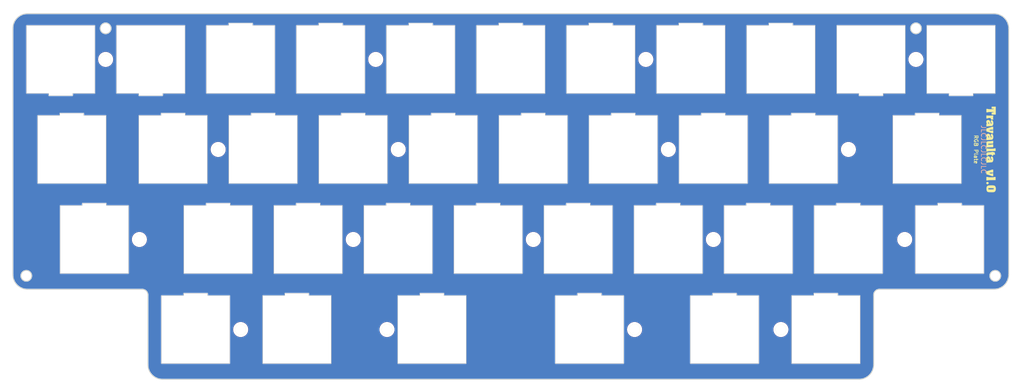
<source format=kicad_pcb>
(kicad_pcb (version 20221018) (generator pcbnew)
  (layers (0 "F.Cu" signal) (31 "B.Cu" signal) (34 "B.Paste" user) (35 "F.Paste" user) (36 "B.SilkS" user "B.Silkscreen") (37 "F.SilkS" user "F.Silkscreen") (38 "B.Mask" user) (39 "F.Mask" user) (44 "Edge.Cuts" user))
  (net 0 "")
  (footprint "cipulot_parts:HOLE_M2" (layer "F.Cu") (at 120.65 57.15)
    (fp_text reference "H2" hide)
    (fp_text value "MountingHole" hide)
    (pad "" np_thru_hole circle (at 0 0) (size 2.2 2.2) (drill 2.2) (layers "*.Cu" "*.Mask" "F.SilkS") (clearance 0.5))
  )
  (footprint "cipulot_parts:HOLE_M2" (layer "F.Cu") (at 153.9875 95.25)
    (fp_text reference "H11" hide)
    (fp_text value "MountingHole" hide)
    (pad "" np_thru_hole circle (at 0 0) (size 2.2 2.2) (drill 2.2) (layers "*.Cu" "*.Mask" "F.SilkS") (clearance 0.5))
  )
  (footprint "lib:RGB realforce R2" (layer "F.Cu") (at 61.12 95.25)
    (fp_text reference "RGB topre")
    (fp_text value "RGB realforce R2")
    (fp_line (start -7.2644 -7.2) (end -7.2644 7.2) (stroke (width 0.1)) (layer "Edge.Cuts"))
    (fp_line (start -7.2644 -7.2) (end -2.5644 -7.2) (stroke (width 0.1)) (layer "Edge.Cuts"))
    (fp_line (start -7.2644 7.2) (end 7.2356 7.2) (stroke (width 0.1)) (layer "Edge.Cuts"))
    (fp_line (start -2.5644 -7.7) (end 2.5356 -7.7) (stroke (width 0.1)) (layer "Edge.Cuts"))
    (fp_line (start -2.5644 -7.2) (end -2.5644 -7.7) (stroke (width 0.1)) (layer "Edge.Cuts"))
    (fp_line (start 2.5356 -7.2) (end 2.5356 -7.7) (stroke (width 0.1)) (layer "Edge.Cuts"))
    (fp_line (start 7.2356 -7.2) (end 2.5356 -7.2) (stroke (width 0.1)) (layer "Edge.Cuts"))
    (fp_line (start 7.2356 -7.2) (end 7.2356 7.2) (stroke (width 0.1)) (layer "Edge.Cuts"))
  )
  (footprint "lib:RGB realforce R2" (layer "F.Cu") (at 187.325 57.15)
    (fp_text reference "RGB topre")
    (fp_text value "RGB realforce R2")
    (fp_line (start -7.2644 -7.2) (end -7.2644 7.2) (stroke (width 0.1)) (layer "Edge.Cuts"))
    (fp_line (start -7.2644 -7.2) (end -2.5644 -7.2) (stroke (width 0.1)) (layer "Edge.Cuts"))
    (fp_line (start -7.2644 7.2) (end 7.2356 7.2) (stroke (width 0.1)) (layer "Edge.Cuts"))
    (fp_line (start -2.5644 -7.7) (end 2.5356 -7.7) (stroke (width 0.1)) (layer "Edge.Cuts"))
    (fp_line (start -2.5644 -7.2) (end -2.5644 -7.7) (stroke (width 0.1)) (layer "Edge.Cuts"))
    (fp_line (start 2.5356 -7.2) (end 2.5356 -7.7) (stroke (width 0.1)) (layer "Edge.Cuts"))
    (fp_line (start 7.2356 -7.2) (end 2.5356 -7.2) (stroke (width 0.1)) (layer "Edge.Cuts"))
    (fp_line (start 7.2356 -7.2) (end 7.2356 7.2) (stroke (width 0.1)) (layer "Edge.Cuts"))
  )
  (footprint "lib:RGB realforce R2" (layer "F.Cu") (at 194.47 114.3)
    (fp_text reference "RGB topre")
    (fp_text value "RGB realforce R2")
    (fp_line (start -7.2644 -7.2) (end -7.2644 7.2) (stroke (width 0.1)) (layer "Edge.Cuts"))
    (fp_line (start -7.2644 -7.2) (end -2.5644 -7.2) (stroke (width 0.1)) (layer "Edge.Cuts"))
    (fp_line (start -7.2644 7.2) (end 7.2356 7.2) (stroke (width 0.1)) (layer "Edge.Cuts"))
    (fp_line (start -2.5644 -7.7) (end 2.5356 -7.7) (stroke (width 0.1)) (layer "Edge.Cuts"))
    (fp_line (start -2.5644 -7.2) (end -2.5644 -7.7) (stroke (width 0.1)) (layer "Edge.Cuts"))
    (fp_line (start 2.5356 -7.2) (end 2.5356 -7.7) (stroke (width 0.1)) (layer "Edge.Cuts"))
    (fp_line (start 7.2356 -7.2) (end 2.5356 -7.2) (stroke (width 0.1)) (layer "Edge.Cuts"))
    (fp_line (start 7.2356 -7.2) (end 7.2356 7.2) (stroke (width 0.1)) (layer "Edge.Cuts"))
  )
  (footprint "lib:RGB realforce R2" (layer "F.Cu") (at 96.8375 76.2)
    (fp_text reference "RGB topre")
    (fp_text value "RGB realforce R2")
    (fp_line (start -7.2644 -7.2) (end -7.2644 7.2) (stroke (width 0.1)) (layer "Edge.Cuts"))
    (fp_line (start -7.2644 -7.2) (end -2.5644 -7.2) (stroke (width 0.1)) (layer "Edge.Cuts"))
    (fp_line (start -7.2644 7.2) (end 7.2356 7.2) (stroke (width 0.1)) (layer "Edge.Cuts"))
    (fp_line (start -2.5644 -7.7) (end 2.5356 -7.7) (stroke (width 0.1)) (layer "Edge.Cuts"))
    (fp_line (start -2.5644 -7.2) (end -2.5644 -7.7) (stroke (width 0.1)) (layer "Edge.Cuts"))
    (fp_line (start 2.5356 -7.2) (end 2.5356 -7.7) (stroke (width 0.1)) (layer "Edge.Cuts"))
    (fp_line (start 7.2356 -7.2) (end 2.5356 -7.2) (stroke (width 0.1)) (layer "Edge.Cuts"))
    (fp_line (start 7.2356 -7.2) (end 7.2356 7.2) (stroke (width 0.1)) (layer "Edge.Cuts"))
  )
  (footprint "lib:RGB realforce R2" (layer "F.Cu") (at 192.0875 76.2)
    (fp_text reference "RGB topre")
    (fp_text value "RGB realforce R2")
    (fp_line (start -7.2644 -7.2) (end -7.2644 7.2) (stroke (width 0.1)) (layer "Edge.Cuts"))
    (fp_line (start -7.2644 -7.2) (end -2.5644 -7.2) (stroke (width 0.1)) (layer "Edge.Cuts"))
    (fp_line (start -7.2644 7.2) (end 7.2356 7.2) (stroke (width 0.1)) (layer "Edge.Cuts"))
    (fp_line (start -2.5644 -7.7) (end 2.5356 -7.7) (stroke (width 0.1)) (layer "Edge.Cuts"))
    (fp_line (start -2.5644 -7.2) (end -2.5644 -7.7) (stroke (width 0.1)) (layer "Edge.Cuts"))
    (fp_line (start 2.5356 -7.2) (end 2.5356 -7.7) (stroke (width 0.1)) (layer "Edge.Cuts"))
    (fp_line (start 7.2356 -7.2) (end 2.5356 -7.2) (stroke (width 0.1)) (layer "Edge.Cuts"))
    (fp_line (start 7.2356 -7.2) (end 7.2356 7.2) (stroke (width 0.1)) (layer "Edge.Cuts"))
  )
  (footprint "cipulot_parts:HOLE_M2" (layer "F.Cu") (at 63.5 57.15)
    (fp_text reference "H1" hide)
    (fp_text value "MountingHole" hide)
    (pad "" np_thru_hole circle (at 0 0) (size 2.2 2.2) (drill 2.2) (layers "F&B.Cu" "*.Mask" "F.SilkS") (clearance 0.5))
  )
  (footprint "lib:RGB realforce R2" (layer "F.Cu") (at 168.275 57.15)
    (fp_text reference "RGB topre")
    (fp_text value "RGB realforce R2")
    (fp_line (start -7.2644 -7.2) (end -7.2644 7.2) (stroke (width 0.1)) (layer "Edge.Cuts"))
    (fp_line (start -7.2644 -7.2) (end -2.5644 -7.2) (stroke (width 0.1)) (layer "Edge.Cuts"))
    (fp_line (start -7.2644 7.2) (end 7.2356 7.2) (stroke (width 0.1)) (layer "Edge.Cuts"))
    (fp_line (start -2.5644 -7.7) (end 2.5356 -7.7) (stroke (width 0.1)) (layer "Edge.Cuts"))
    (fp_line (start -2.5644 -7.2) (end -2.5644 -7.7) (stroke (width 0.1)) (layer "Edge.Cuts"))
    (fp_line (start 2.5356 -7.2) (end 2.5356 -7.7) (stroke (width 0.1)) (layer "Edge.Cuts"))
    (fp_line (start 7.2356 -7.2) (end 2.5356 -7.2) (stroke (width 0.1)) (layer "Edge.Cuts"))
    (fp_line (start 7.2356 -7.2) (end 7.2356 7.2) (stroke (width 0.1)) (layer "Edge.Cuts"))
  )
  (footprint "lib:RGB realforce R2" (layer "F.Cu") (at 211.1375 76.2)
    (fp_text reference "RGB topre")
    (fp_text value "RGB realforce R2")
    (fp_line (start -7.2644 -7.2) (end -7.2644 7.2) (stroke (width 0.1)) (layer "Edge.Cuts"))
    (fp_line (start -7.2644 -7.2) (end -2.5644 -7.2) (stroke (width 0.1)) (layer "Edge.Cuts"))
    (fp_line (start -7.2644 7.2) (end 7.2356 7.2) (stroke (width 0.1)) (layer "Edge.Cuts"))
    (fp_line (start -2.5644 -7.7) (end 2.5356 -7.7) (stroke (width 0.1)) (layer "Edge.Cuts"))
    (fp_line (start -2.5644 -7.2) (end -2.5644 -7.7) (stroke (width 0.1)) (layer "Edge.Cuts"))
    (fp_line (start 2.5356 -7.2) (end 2.5356 -7.7) (stroke (width 0.1)) (layer "Edge.Cuts"))
    (fp_line (start 7.2356 -7.2) (end 2.5356 -7.2) (stroke (width 0.1)) (layer "Edge.Cuts"))
    (fp_line (start 7.2356 -7.2) (end 7.2356 7.2) (stroke (width 0.1)) (layer "Edge.Cuts"))
  )
  (footprint "lib:RGB realforce R2" (layer "F.Cu") (at 77.7875 76.2)
    (fp_text reference "RGB topre")
    (fp_text value "RGB realforce R2")
    (fp_line (start -7.2644 -7.2) (end -7.2644 7.2) (stroke (width 0.1)) (layer "Edge.Cuts"))
    (fp_line (start -7.2644 -7.2) (end -2.5644 -7.2) (stroke (width 0.1)) (layer "Edge.Cuts"))
    (fp_line (start -7.2644 7.2) (end 7.2356 7.2) (stroke (width 0.1)) (layer "Edge.Cuts"))
    (fp_line (start -2.5644 -7.7) (end 2.5356 -7.7) (stroke (width 0.1)) (layer "Edge.Cuts"))
    (fp_line (start -2.5644 -7.2) (end -2.5644 -7.7) (stroke (width 0.1)) (layer "Edge.Cuts"))
    (fp_line (start 2.5356 -7.2) (end 2.5356 -7.7) (stroke (width 0.1)) (layer "Edge.Cuts"))
    (fp_line (start 7.2356 -7.2) (end 2.5356 -7.2) (stroke (width 0.1)) (layer "Edge.Cuts"))
    (fp_line (start 7.2356 -7.2) (end 7.2356 7.2) (stroke (width 0.1)) (layer "Edge.Cuts"))
  )
  (footprint "lib:RGB realforce R2" (layer "F.Cu") (at 206.375 57.15)
    (fp_text reference "RGB topre")
    (fp_text value "RGB realforce R2")
    (fp_line (start -7.2644 -7.2) (end -7.2644 7.2) (stroke (width 0.1)) (layer "Edge.Cuts"))
    (fp_line (start -7.2644 -7.2) (end -2.5644 -7.2) (stroke (width 0.1)) (layer "Edge.Cuts"))
    (fp_line (start -7.2644 7.2) (end 7.2356 7.2) (stroke (width 0.1)) (layer "Edge.Cuts"))
    (fp_line (start -2.5644 -7.7) (end 2.5356 -7.7) (stroke (width 0.1)) (layer "Edge.Cuts"))
    (fp_line (start -2.5644 -7.2) (end -2.5644 -7.7) (stroke (width 0.1)) (layer "Edge.Cuts"))
    (fp_line (start 2.5356 -7.2) (end 2.5356 -7.7) (stroke (width 0.1)) (layer "Edge.Cuts"))
    (fp_line (start 7.2356 -7.2) (end 2.5356 -7.2) (stroke (width 0.1)) (layer "Edge.Cuts"))
    (fp_line (start 7.2356 -7.2) (end 7.2356 7.2) (stroke (width 0.1)) (layer "Edge.Cuts"))
  )
  (footprint "lib:RGB realforce R2" (layer "F.Cu") (at 144.4625 95.25)
    (fp_text reference "RGB topre")
    (fp_text value "RGB realforce R2")
    (fp_line (start -7.2644 -7.2) (end -7.2644 7.2) (stroke (width 0.1)) (layer "Edge.Cuts"))
    (fp_line (start -7.2644 -7.2) (end -2.5644 -7.2) (stroke (width 0.1)) (layer "Edge.Cuts"))
    (fp_line (start -7.2644 7.2) (end 7.2356 7.2) (stroke (width 0.1)) (layer "Edge.Cuts"))
    (fp_line (start -2.5644 -7.7) (end 2.5356 -7.7) (stroke (width 0.1)) (layer "Edge.Cuts"))
    (fp_line (start -2.5644 -7.2) (end -2.5644 -7.7) (stroke (width 0.1)) (layer "Edge.Cuts"))
    (fp_line (start 2.5356 -7.2) (end 2.5356 -7.7) (stroke (width 0.1)) (layer "Edge.Cuts"))
    (fp_line (start 7.2356 -7.2) (end 2.5356 -7.2) (stroke (width 0.1)) (layer "Edge.Cuts"))
    (fp_line (start 7.2356 -7.2) (end 7.2356 7.2) (stroke (width 0.1)) (layer "Edge.Cuts"))
  )
  (footprint "lib:RGB realforce R2" (layer "F.Cu") (at 220.6625 95.25)
    (fp_text reference "RGB topre")
    (fp_text value "RGB realforce R2")
    (fp_line (start -7.2644 -7.2) (end -7.2644 7.2) (stroke (width 0.1)) (layer "Edge.Cuts"))
    (fp_line (start -7.2644 -7.2) (end -2.5644 -7.2) (stroke (width 0.1)) (layer "Edge.Cuts"))
    (fp_line (start -7.2644 7.2) (end 7.2356 7.2) (stroke (width 0.1)) (layer "Edge.Cuts"))
    (fp_line (start -2.5644 -7.7) (end 2.5356 -7.7) (stroke (width 0.1)) (layer "Edge.Cuts"))
    (fp_line (start -2.5644 -7.2) (end -2.5644 -7.7) (stroke (width 0.1)) (layer "Edge.Cuts"))
    (fp_line (start 2.5356 -7.2) (end 2.5356 -7.7) (stroke (width 0.1)) (layer "Edge.Cuts"))
    (fp_line (start 7.2356 -7.2) (end 2.5356 -7.2) (stroke (width 0.1)) (layer "Edge.Cuts"))
    (fp_line (start 7.2356 -7.2) (end 7.2356 7.2) (stroke (width 0.1)) (layer "Edge.Cuts"))
  )
  (footprint "LOGO" (layer "F.Cu") (at 250.825 76.2 -90)
    (fp_text reference "G***" hide)
    (fp_text value "LOGO" hide)
  )
  (footprint "lib:RGB realforce R2" (layer "F.Cu") (at 82.55 114.3)
    (fp_text reference "RGB topre")
    (fp_text value "RGB realforce R2")
    (fp_line (start -7.2644 -7.2) (end -7.2644 7.2) (stroke (width 0.1)) (layer "Edge.Cuts"))
    (fp_line (start -7.2644 -7.2) (end -2.5644 -7.2) (stroke (width 0.1)) (layer "Edge.Cuts"))
    (fp_line (start -7.2644 7.2) (end 7.2356 7.2) (stroke (width 0.1)) (layer "Edge.Cuts"))
    (fp_line (start -2.5644 -7.7) (end 2.5356 -7.7) (stroke (width 0.1)) (layer "Edge.Cuts"))
    (fp_line (start -2.5644 -7.2) (end -2.5644 -7.7) (stroke (width 0.1)) (layer "Edge.Cuts"))
    (fp_line (start 2.5356 -7.2) (end 2.5356 -7.7) (stroke (width 0.1)) (layer "Edge.Cuts"))
    (fp_line (start 7.2356 -7.2) (end 2.5356 -7.2) (stroke (width 0.1)) (layer "Edge.Cuts"))
    (fp_line (start 7.2356 -7.2) (end 7.2356 7.2) (stroke (width 0.1)) (layer "Edge.Cuts"))
  )
  (footprint "lib:RGB realforce R2" (layer "F.Cu") (at 130.175 57.15)
    (fp_text reference "RGB topre")
    (fp_text value "RGB realforce R2")
    (fp_line (start -7.2644 -7.2) (end -7.2644 7.2) (stroke (width 0.1)) (layer "Edge.Cuts"))
    (fp_line (start -7.2644 -7.2) (end -2.5644 -7.2) (stroke (width 0.1)) (layer "Edge.Cuts"))
    (fp_line (start -7.2644 7.2) (end 7.2356 7.2) (stroke (width 0.1)) (layer "Edge.Cuts"))
    (fp_line (start -2.5644 -7.7) (end 2.5356 -7.7) (stroke (width 0.1)) (layer "Edge.Cuts"))
    (fp_line (start -2.5644 -7.2) (end -2.5644 -7.7) (stroke (width 0.1)) (layer "Edge.Cuts"))
    (fp_line (start 2.5356 -7.2) (end 2.5356 -7.7) (stroke (width 0.1)) (layer "Edge.Cuts"))
    (fp_line (start 7.2356 -7.2) (end 2.5356 -7.2) (stroke (width 0.1)) (layer "Edge.Cuts"))
    (fp_line (start 7.2356 -7.2) (end 7.2356 7.2) (stroke (width 0.1)) (layer "Edge.Cuts"))
  )
  (footprint "lib:RGB realforce R2" (layer "F.Cu") (at 134.9375 76.2)
    (fp_text reference "RGB topre")
    (fp_text value "RGB realforce R2")
    (fp_line (start -7.2644 -7.2) (end -7.2644 7.2) (stroke (width 0.1)) (layer "Edge.Cuts"))
    (fp_line (start -7.2644 -7.2) (end -2.5644 -7.2) (stroke (width 0.1)) (layer "Edge.Cuts"))
    (fp_line (start -7.2644 7.2) (end 7.2356 7.2) (stroke (width 0.1)) (layer "Edge.Cuts"))
    (fp_line (start -2.5644 -7.7) (end 2.5356 -7.7) (stroke (width 0.1)) (layer "Edge.Cuts"))
    (fp_line (start -2.5644 -7.2) (end -2.5644 -7.7) (stroke (width 0.1)) (layer "Edge.Cuts"))
    (fp_line (start 2.5356 -7.2) (end 2.5356 -7.7) (stroke (width 0.1)) (layer "Edge.Cuts"))
    (fp_line (start 7.2356 -7.2) (end 2.5356 -7.2) (stroke (width 0.1)) (layer "Edge.Cuts"))
    (fp_line (start 7.2356 -7.2) (end 7.2356 7.2) (stroke (width 0.1)) (layer "Edge.Cuts"))
  )
  (footprint "lib:RGB realforce R2" (layer "F.Cu") (at 103.98 114.3)
    (fp_text reference "RGB topre")
    (fp_text value "RGB realforce R2")
    (fp_line (start -7.2644 -7.2) (end -7.2644 7.2) (stroke (width 0.1)) (layer "Edge.Cuts"))
    (fp_line (start -7.2644 -7.2) (end -2.5644 -7.2) (stroke (width 0.1)) (layer "Edge.Cuts"))
    (fp_line (start -7.2644 7.2) (end 7.2356 7.2) (stroke (width 0.1)) (layer "Edge.Cuts"))
    (fp_line (start -2.5644 -7.7) (end 2.5356 -7.7) (stroke (width 0.1)) (layer "Edge.Cuts"))
    (fp_line (start -2.5644 -7.2) (end -2.5644 -7.7) (stroke (width 0.1)) (layer "Edge.Cuts"))
    (fp_line (start 2.5356 -7.2) (end 2.5356 -7.7) (stroke (width 0.1)) (layer "Edge.Cuts"))
    (fp_line (start 7.2356 -7.2) (end 2.5356 -7.2) (stroke (width 0.1)) (layer "Edge.Cuts"))
    (fp_line (start 7.2356 -7.2) (end 7.2356 7.2) (stroke (width 0.1)) (layer "Edge.Cuts"))
  )
  (footprint "lib:RGB realforce R2" (layer "F.Cu") (at 106.3625 95.25)
    (fp_text reference "RGB topre")
    (fp_text value "RGB realforce R2")
    (fp_line (start -7.2644 -7.2) (end -7.2644 7.2) (stroke (width 0.1)) (layer "Edge.Cuts"))
    (fp_line (start -7.2644 -7.2) (end -2.5644 -7.2) (stroke (width 0.1)) (layer "Edge.Cuts"))
    (fp_line (start -7.2644 7.2) (end 7.2356 7.2) (stroke (width 0.1)) (layer "Edge.Cuts"))
    (fp_line (start -2.5644 -7.7) (end 2.5356 -7.7) (stroke (width 0.1)) (layer "Edge.Cuts"))
    (fp_line (start -2.5644 -7.2) (end -2.5644 -7.7) (stroke (width 0.1)) (layer "Edge.Cuts"))
    (fp_line (start 2.5356 -7.2) (end 2.5356 -7.7) (stroke (width 0.1)) (layer "Edge.Cuts"))
    (fp_line (start 7.2356 -7.2) (end 2.5356 -7.2) (stroke (width 0.1)) (layer "Edge.Cuts"))
    (fp_line (start 7.2356 -7.2) (end 7.2356 7.2) (stroke (width 0.1)) (layer "Edge.Cuts"))
  )
  (footprint "cipulot_parts:HOLE_M2" (layer "F.Cu") (at 70.64375 95.25)
    (fp_text reference "H9" hide)
    (fp_text value "MountingHole" hide)
    (pad "" np_thru_hole circle (at 0 0) (size 2.2 2.2) (drill 2.2) (layers "*.Cu" "*.Mask" "F.SilkS") (clearance 0.5))
  )
  (footprint "cipulot_parts:HOLE_M2" (layer "F.Cu") (at 232.56875 95.25)
    (fp_text reference "H13" hide)
    (fp_text value "MountingHole" hide)
    (pad "" np_thru_hole circle (at 0 0) (size 2.2 2.2) (drill 2.2) (layers "*.Cu" "*.Mask" "F.SilkS") (clearance 0.5))
  )
  (footprint "lib:RGB realforce R2" (layer "F.Cu") (at 56.358 76.2)
    (fp_text reference "RGB topre")
    (fp_text value "RGB realforce R2")
    (fp_line (start -7.2644 -7.2) (end -7.2644 7.2) (stroke (width 0.1)) (layer "Edge.Cuts"))
    (fp_line (start -7.2644 -7.2) (end -2.5644 -7.2) (stroke (width 0.1)) (layer "Edge.Cuts"))
    (fp_line (start -7.2644 7.2) (end 7.2356 7.2) (stroke (width 0.1)) (layer "Edge.Cuts"))
    (fp_line (start -2.5644 -7.7) (end 2.5356 -7.7) (stroke (width 0.1)) (layer "Edge.Cuts"))
    (fp_line (start -2.5644 -7.2) (end -2.5644 -7.7) (stroke (width 0.1)) (layer "Edge.Cuts"))
    (fp_line (start 2.5356 -7.2) (end 2.5356 -7.7) (stroke (width 0.1)) (layer "Edge.Cuts"))
    (fp_line (start 7.2356 -7.2) (end 2.5356 -7.2) (stroke (width 0.1)) (layer "Edge.Cuts"))
    (fp_line (start 7.2356 -7.2) (end 7.2356 7.2) (stroke (width 0.1)) (layer "Edge.Cuts"))
  )
  (footprint "lib:RGB realforce R2" (layer "F.Cu") (at 92.075 57.15)
    (fp_text reference "RGB topre")
    (fp_text value "RGB realforce R2")
    (fp_line (start -7.2644 -7.2) (end -7.2644 7.2) (stroke (width 0.1)) (layer "Edge.Cuts"))
    (fp_line (start -7.2644 -7.2) (end -2.5644 -7.2) (stroke (width 0.1)) (layer "Edge.Cuts"))
    (fp_line (start -7.2644 7.2) (end 7.2356 7.2) (stroke (width 0.1)) (layer "Edge.Cuts"))
    (fp_line (start -2.5644 -7.7) (end 2.5356 -7.7) (stroke (width 0.1)) (layer "Edge.Cuts"))
    (fp_line (start -2.5644 -7.2) (end -2.5644 -7.7) (stroke (width 0.1)) (layer "Edge.Cuts"))
    (fp_line (start 2.5356 -7.2) (end 2.5356 -7.7) (stroke (width 0.1)) (layer "Edge.Cuts"))
    (fp_line (start 7.2356 -7.2) (end 2.5356 -7.2) (stroke (width 0.1)) (layer "Edge.Cuts"))
    (fp_line (start 7.2356 -7.2) (end 7.2356 7.2) (stroke (width 0.1)) (layer "Edge.Cuts"))
  )
  (footprint "cipulot_parts:HOLE_M2" (layer "F.Cu") (at 87.3125 76.2)
    (fp_text reference "H5" hide)
    (fp_text value "MountingHole" hide)
    (pad "" np_thru_hole circle (at 0 0) (size 2.2 2.2) (drill 2.2) (layers "*.Cu" "*.Mask" "F.SilkS") (clearance 0.5))
  )
  (footprint "lib:RGB realforce R2" (layer "F.Cu") (at 244.475 57.15 180)
    (fp_text reference "RGB topre")
    (fp_text value "RGB realforce R2")
    (fp_line (start -7.2644 -7.2) (end -7.2644 7.2) (stroke (width 0.1)) (layer "Edge.Cuts"))
    (fp_line (start -7.2644 -7.2) (end -2.5644 -7.2) (stroke (width 0.1)) (layer "Edge.Cuts"))
    (fp_line (start -7.2644 7.2) (end 7.2356 7.2) (stroke (width 0.1)) (layer "Edge.Cuts"))
    (fp_line (start -2.5644 -7.7) (end 2.5356 -7.7) (stroke (width 0.1)) (layer "Edge.Cuts"))
    (fp_line (start -2.5644 -7.2) (end -2.5644 -7.7) (stroke (width 0.1)) (layer "Edge.Cuts"))
    (fp_line (start 2.5356 -7.2) (end 2.5356 -7.7) (stroke (width 0.1)) (layer "Edge.Cuts"))
    (fp_line (start 7.2356 -7.2) (end 2.5356 -7.2) (stroke (width 0.1)) (layer "Edge.Cuts"))
    (fp_line (start 7.2356 -7.2) (end 7.2356 7.2) (stroke (width 0.1)) (layer "Edge.Cuts"))
  )
  (footprint "lib:RGB realforce R2" (layer "F.Cu") (at 237.33 76.2)
    (fp_text reference "RGB topre")
    (fp_text value "RGB realforce R2")
    (fp_line (start -7.2644 -7.2) (end -7.2644 7.2) (stroke (width 0.1)) (layer "Edge.Cuts"))
    (fp_line (start -7.2644 -7.2) (end -2.5644 -7.2) (stroke (width 0.1)) (layer "Edge.Cuts"))
    (fp_line (start -7.2644 7.2) (end 7.2356 7.2) (stroke (width 0.1)) (layer "Edge.Cuts"))
    (fp_line (start -2.5644 -7.7) (end 2.5356 -7.7) (stroke (width 0.1)) (layer "Edge.Cuts"))
    (fp_line (start -2.5644 -7.2) (end -2.5644 -7.7) (stroke (width 0.1)) (layer "Edge.Cuts"))
    (fp_line (start 2.5356 -7.2) (end 2.5356 -7.7) (stroke (width 0.1)) (layer "Edge.Cuts"))
    (fp_line (start 7.2356 -7.2) (end 2.5356 -7.2) (stroke (width 0.1)) (layer "Edge.Cuts"))
    (fp_line (start 7.2356 -7.2) (end 7.2356 7.2) (stroke (width 0.1)) (layer "Edge.Cuts"))
  )
  (footprint "lib:RGB realforce R2" (layer "F.Cu") (at 182.5625 95.25)
    (fp_text reference "RGB topre")
    (fp_text value "RGB realforce R2")
    (fp_line (start -7.2644 -7.2) (end -7.2644 7.2) (stroke (width 0.1)) (layer "Edge.Cuts"))
    (fp_line (start -7.2644 -7.2) (end -2.5644 -7.2) (stroke (width 0.1)) (layer "Edge.Cuts"))
    (fp_line (start -7.2644 7.2) (end 7.2356 7.2) (stroke (width 0.1)) (layer "Edge.Cuts"))
    (fp_line (start -2.5644 -7.7) (end 2.5356 -7.7) (stroke (width 0.1)) (layer "Edge.Cuts"))
    (fp_line (start -2.5644 -7.2) (end -2.5644 -7.7) (stroke (width 0.1)) (layer "Edge.Cuts"))
    (fp_line (start 2.5356 -7.2) (end 2.5356 -7.7) (stroke (width 0.1)) (layer "Edge.Cuts"))
    (fp_line (start 7.2356 -7.2) (end 2.5356 -7.2) (stroke (width 0.1)) (layer "Edge.Cuts"))
    (fp_line (start 7.2356 -7.2) (end 7.2356 7.2) (stroke (width 0.1)) (layer "Edge.Cuts"))
  )
  (footprint "lib:RGB realforce R2" (layer "F.Cu") (at 225.425 57.15 180)
    (fp_text reference "RGB topre")
    (fp_text value "RGB realforce R2")
    (fp_line (start -7.2644 -7.2) (end -7.2644 7.2) (stroke (width 0.1)) (layer "Edge.Cuts"))
    (fp_line (start -7.2644 -7.2) (end -2.5644 -7.2) (stroke (width 0.1)) (layer "Edge.Cuts"))
    (fp_line (start -7.2644 7.2) (end 7.2356 7.2) (stroke (width 0.1)) (layer "Edge.Cuts"))
    (fp_line (start -2.5644 -7.7) (end 2.5356 -7.7) (stroke (width 0.1)) (layer "Edge.Cuts"))
    (fp_line (start -2.5644 -7.2) (end -2.5644 -7.7) (stroke (width 0.1)) (layer "Edge.Cuts"))
    (fp_line (start 2.5356 -7.2) (end 2.5356 -7.7) (stroke (width 0.1)) (layer "Edge.Cuts"))
    (fp_line (start 7.2356 -7.2) (end 2.5356 -7.2) (stroke (width 0.1)) (layer "Edge.Cuts"))
    (fp_line (start 7.2356 -7.2) (end 7.2356 7.2) (stroke (width 0.1)) (layer "Edge.Cuts"))
  )
  (footprint "lib:RGB realforce R2" (layer "F.Cu") (at 87.3125 95.25)
    (fp_text reference "RGB topre")
    (fp_text value "RGB realforce R2")
    (fp_line (start -7.2644 -7.2) (end -7.2644 7.2) (stroke (width 0.1)) (layer "Edge.Cuts"))
    (fp_line (start -7.2644 -7.2) (end -2.5644 -7.2) (stroke (width 0.1)) (layer "Edge.Cuts"))
    (fp_line (start -7.2644 7.2) (end 7.2356 7.2) (stroke (width 0.1)) (layer "Edge.Cuts"))
    (fp_line (start -2.5644 -7.7) (end 2.5356 -7.7) (stroke (width 0.1)) (layer "Edge.Cuts"))
    (fp_line (start -2.5644 -7.2) (end -2.5644 -7.7) (stroke (width 0.1)) (layer "Edge.Cuts"))
    (fp_line (start 2.5356 -7.2) (end 2.5356 -7.7) (stroke (width 0.1)) (layer "Edge.Cuts"))
    (fp_line (start 7.2356 -7.2) (end 2.5356 -7.2) (stroke (width 0.1)) (layer "Edge.Cuts"))
    (fp_line (start 7.2356 -7.2) (end 7.2356 7.2) (stroke (width 0.1)) (layer "Edge.Cuts"))
  )
  (footprint "cipulot_parts:HOLE_M2" (layer "F.Cu") (at 115.8875 95.25)
    (fp_text reference "H10" hide)
    (fp_text value "MountingHole" hide)
    (pad "" np_thru_hole circle (at 0 0) (size 2.2 2.2) (drill 2.2) (layers "*.Cu" "*.Mask" "F.SilkS") (clearance 0.5))
  )
  (footprint "cipulot_parts:HOLE_M2" (layer "F.Cu") (at 220.6625 76.2)
    (fp_text reference "H8" hide)
    (fp_text value "MountingHole" hide)
    (pad "" np_thru_hole circle (at 0 0) (size 2.2 2.2) (drill 2.2) (layers "*.Cu" "*.Mask" "F.SilkS") (clearance 0.5))
  )
  (footprint "lib:RGB realforce R2" (layer "F.Cu") (at 165.892 114.3)
    (fp_text reference "RGB topre")
    (fp_text value "RGB realforce R2")
    (fp_line (start -7.2644 -7.2) (end -7.2644 7.2) (stroke (width 0.1)) (layer "Edge.Cuts"))
    (fp_line (start -7.2644 -7.2) (end -2.5644 -7.2) (stroke (width 0.1)) (layer "Edge.Cuts"))
    (fp_line (start -7.2644 7.2) (end 7.2356 7.2) (stroke (width 0.1)) (layer "Edge.Cuts"))
    (fp_line (start -2.5644 -7.7) (end 2.5356 -7.7) (stroke (width 0.1)) (layer "Edge.Cuts"))
    (fp_line (start -2.5644 -7.2) (end -2.5644 -7.7) (stroke (width 0.1)) (layer "Edge.Cuts"))
    (fp_line (start 2.5356 -7.2) (end 2.5356 -7.7) (stroke (width 0.1)) (layer "Edge.Cuts"))
    (fp_line (start 7.2356 -7.2) (end 2.5356 -7.2) (stroke (width 0.1)) (layer "Edge.Cuts"))
    (fp_line (start 7.2356 -7.2) (end 7.2356 7.2) (stroke (width 0.1)) (layer "Edge.Cuts"))
  )
  (footprint "lib:RGB realforce R2" (layer "F.Cu") (at 149.225 57.15)
    (fp_text reference "RGB topre")
    (fp_text value "RGB realforce R2")
    (fp_line (start -7.2644 -7.2) (end -7.2644 7.2) (stroke (width 0.1)) (layer "Edge.Cuts"))
    (fp_line (start -7.2644 -7.2) (end -2.5644 -7.2) (stroke (width 0.1)) (layer "Edge.Cuts"))
    (fp_line (start -7.2644 7.2) (end 7.2356 7.2) (stroke (width 0.1)) (layer "Edge.Cuts"))
    (fp_line (start -2.5644 -7.7) (end 2.5356 -7.7) (stroke (width 0.1)) (layer "Edge.Cuts"))
    (fp_line (start -2.5644 -7.2) (end -2.5644 -7.7) (stroke (width 0.1)) (layer "Edge.Cuts"))
    (fp_line (start 2.5356 -7.2) (end 2.5356 -7.7) (stroke (width 0.1)) (layer "Edge.Cuts"))
    (fp_line (start 7.2356 -7.2) (end 2.5356 -7.2) (stroke (width 0.1)) (layer "Edge.Cuts"))
    (fp_line (start 7.2356 -7.2) (end 7.2356 7.2) (stroke (width 0.1)) (layer "Edge.Cuts"))
  )
  (footprint "cipulot_parts:HOLE_M2" (layer "F.Cu") (at 123.03125 114.3)
    (fp_text reference "H15" hide)
    (fp_text value "MountingHole" hide)
    (pad "" np_thru_hole circle (at 0 0) (size 2.2 2.2) (drill 2.2) (layers "*.Cu" "*.Mask" "F.SilkS") (clearance 0.5))
  )
  (footprint "lib:RGB realforce R2" (layer "F.Cu") (at 242.095 95.25)
    (fp_text reference "RGB topre")
    (fp_text value "RGB realforce R2")
    (fp_line (start -7.2644 -7.2) (end -7.2644 7.2) (stroke (width 0.1)) (layer "Edge.Cuts"))
    (fp_line (start -7.2644 -7.2) (end -2.5644 -7.2) (stroke (width 0.1)) (layer "Edge.Cuts"))
    (fp_line (start -7.2644 7.2) (end 7.2356 7.2) (stroke (width 0.1)) (layer "Edge.Cuts"))
    (fp_line (start -2.5644 -7.7) (end 2.5356 -7.7) (stroke (width 0.1)) (layer "Edge.Cuts"))
    (fp_line (start -2.5644 -7.2) (end -2.5644 -7.7) (stroke (width 0.1)) (layer "Edge.Cuts"))
    (fp_line (start 2.5356 -7.2) (end 2.5356 -7.7) (stroke (width 0.1)) (layer "Edge.Cuts"))
    (fp_line (start 7.2356 -7.2) (end 2.5356 -7.2) (stroke (width 0.1)) (layer "Edge.Cuts"))
    (fp_line (start 7.2356 -7.2) (end 7.2356 7.2) (stroke (width 0.1)) (layer "Edge.Cuts"))
  )
  (footprint "lib:RGB realforce R2" (layer "F.Cu") (at 111.125 57.15)
    (fp_text reference "RGB topre")
    (fp_text value "RGB realforce R2")
    (fp_line (start -7.2644 -7.2) (end -7.2644 7.2) (stroke (width 0.1)) (layer "Edge.Cuts"))
    (fp_line (start -7.2644 -7.2) (end -2.5644 -7.2) (stroke (width 0.1)) (layer "Edge.Cuts"))
    (fp_line (start -7.2644 7.2) (end 7.2356 7.2) (stroke (width 0.1)) (layer "Edge.Cuts"))
    (fp_line (start -2.5644 -7.7) (end 2.5356 -7.7) (stroke (width 0.1)) (layer "Edge.Cuts"))
    (fp_line (start -2.5644 -7.2) (end -2.5644 -7.7) (stroke (width 0.1)) (layer "Edge.Cuts"))
    (fp_line (start 2.5356 -7.2) (end 2.5356 -7.7) (stroke (width 0.1)) (layer "Edge.Cuts"))
    (fp_line (start 7.2356 -7.2) (end 2.5356 -7.2) (stroke (width 0.1)) (layer "Edge.Cuts"))
    (fp_line (start 7.2356 -7.2) (end 7.2356 7.2) (stroke (width 0.1)) (layer "Edge.Cuts"))
  )
  (footprint "cipulot_parts:HOLE_M2" (layer "F.Cu") (at 177.8 57.15)
    (fp_text reference "H3" hide)
    (fp_text value "MountingHole" hide)
    (pad "" np_thru_hole circle (at 0 0) (size 2.2 2.2) (drill 2.2) (layers "*.Cu" "*.Mask" "F.SilkS") (clearance 0.5))
  )
  (footprint "lib:RGB realforce R2" (layer "F.Cu") (at 153.9875 76.2)
    (fp_text reference "RGB topre")
    (fp_text value "RGB realforce R2")
    (fp_line (start -7.2644 -7.2) (end -7.2644 7.2) (stroke (width 0.1)) (layer "Edge.Cuts"))
    (fp_line (start -7.2644 -7.2) (end -2.5644 -7.2) (stroke (width 0.1)) (layer "Edge.Cuts"))
    (fp_line (start -7.2644 7.2) (end 7.2356 7.2) (stroke (width 0.1)) (layer "Edge.Cuts"))
    (fp_line (start -2.5644 -7.7) (end 2.5356 -7.7) (stroke (width 0.1)) (layer "Edge.Cuts"))
    (fp_line (start -2.5644 -7.2) (end -2.5644 -7.7) (stroke (width 0.1)) (layer "Edge.Cuts"))
    (fp_line (start 2.5356 -7.2) (end 2.5356 -7.7) (stroke (width 0.1)) (layer "Edge.Cuts"))
    (fp_line (start 7.2356 -7.2) (end 2.5356 -7.2) (stroke (width 0.1)) (layer "Edge.Cuts"))
    (fp_line (start 7.2356 -7.2) (end 7.2356 7.2) (stroke (width 0.1)) (layer "Edge.Cuts"))
  )
  (footprint "cipulot_parts:HOLE_M2" (layer "F.Cu") (at 206.375 114.3)
    (fp_text reference "H17" hide)
    (fp_text value "MountingHole" hide)
    (pad "" np_thru_hole circle (at 0 0) (size 2.2 2.2) (drill 2.2) (layers "*.Cu" "*.Mask" "F.SilkS") (clearance 0.5))
  )
  (footprint "cipulot_parts:HOLE_M2" (layer "F.Cu") (at 234.95 57.15)
    (fp_text reference "H4" hide)
    (fp_text value "MountingHole" hide)
    (pad "" np_thru_hole circle (at 0 0) (size 2.2 2.2) (drill 2.2) (layers "*.Cu" "*.Mask" "F.SilkS") (clearance 0.5))
  )
  (footprint "cipulot_parts:HOLE_M2" (layer "F.Cu") (at 125.4125 76.2)
    (fp_text reference "H6" hide)
    (fp_text value "MountingHole" hide)
    (pad "" np_thru_hole circle (at 0 0) (size 2.2 2.2) (drill 2.2) (layers "*.Cu" "*.Mask" "F.SilkS") (clearance 0.5))
  )
  (footprint "lib:RGB realforce R2" (layer "F.Cu") (at 132.555 114.3)
    (fp_text reference "RGB topre")
    (fp_text value "RGB realforce R2")
    (fp_line (start -7.2644 -7.2) (end -7.2644 7.2) (stroke (width 0.1)) (layer "Edge.Cuts"))
    (fp_line (start -7.2644 -7.2) (end -2.5644 -7.2) (stroke (width 0.1)) (layer "Edge.Cuts"))
    (fp_line (start -7.2644 7.2) (end 7.2356 7.2) (stroke (width 0.1)) (layer "Edge.Cuts"))
    (fp_line (start -2.5644 -7.7) (end 2.5356 -7.7) (stroke (width 0.1)) (layer "Edge.Cuts"))
    (fp_line (start -2.5644 -7.2) (end -2.5644 -7.7) (stroke (width 0.1)) (layer "Edge.Cuts"))
    (fp_line (start 2.5356 -7.2) (end 2.5356 -7.7) (stroke (width 0.1)) (layer "Edge.Cuts"))
    (fp_line (start 7.2356 -7.2) (end 2.5356 -7.2) (stroke (width 0.1)) (layer "Edge.Cuts"))
    (fp_line (start 7.2356 -7.2) (end 7.2356 7.2) (stroke (width 0.1)) (layer "Edge.Cuts"))
  )
  (footprint "cipulot_parts:HOLE_M2" (layer "F.Cu") (at 175.41875 114.3)
    (fp_text reference "H16" hide)
    (fp_text value "MountingHole" hide)
    (pad "" np_thru_hole circle (at 0 0) (size 2.2 2.2) (drill 2.2) (layers "*.Cu" "*.Mask" "F.SilkS") (clearance 0.5))
  )
  (footprint "cipulot_parts:HOLE_M2" (layer "F.Cu") (at 192.0875 95.25)
    (fp_text reference "H12" hide)
    (fp_text value "MountingHole" hide)
    (pad "" np_thru_hole circle (at 0 0) (size 2.2 2.2) (drill 2.2) (layers "*.Cu" "*.Mask" "F.SilkS") (clearance 0.5))
  )
  (footprint "lib:RGB realforce R2" (layer "F.Cu") (at 53.975 57.15 180)
    (fp_text reference "RGB topre")
    (fp_text value "RGB realforce R2")
    (fp_line (start -7.2644 -7.2) (end -7.2644 7.2) (stroke (width 0.1)) (layer "Edge.Cuts"))
    (fp_line (start -7.2644 -7.2) (end -2.5644 -7.2) (stroke (width 0.1)) (layer "Edge.Cuts"))
    (fp_line (start -7.2644 7.2) (end 7.2356 7.2) (stroke (width 0.1)) (layer "Edge.Cuts"))
    (fp_line (start -2.5644 -7.7) (end 2.5356 -7.7) (stroke (width 0.1)) (layer "Edge.Cuts"))
    (fp_line (start -2.5644 -7.2) (end -2.5644 -7.7) (stroke (width 0.1)) (layer "Edge.Cuts"))
    (fp_line (start 2.5356 -7.2) (end 2.5356 -7.7) (stroke (width 0.1)) (layer "Edge.Cuts"))
    (fp_line (start 7.2356 -7.2) (end 2.5356 -7.2) (stroke (width 0.1)) (layer "Edge.Cuts"))
    (fp_line (start 7.2356 -7.2) (end 7.2356 7.2) (stroke (width 0.1)) (layer "Edge.Cuts"))
  )
  (footprint "lib:RGB realforce R2" (layer "F.Cu") (at 125.4125 95.25)
    (fp_text reference "RGB topre")
    (fp_text value "RGB realforce R2")
    (fp_line (start -7.2644 -7.2) (end -7.2644 7.2) (stroke (width 0.1)) (layer "Edge.Cuts"))
    (fp_line (start -7.2644 -7.2) (end -2.5644 -7.2) (stroke (width 0.1)) (layer "Edge.Cuts"))
    (fp_line (start -7.2644 7.2) (end 7.2356 7.2) (stroke (width 0.1)) (layer "Edge.Cuts"))
    (fp_line (start -2.5644 -7.7) (end 2.5356 -7.7) (stroke (width 0.1)) (layer "Edge.Cuts"))
    (fp_line (start -2.5644 -7.2) (end -2.5644 -7.7) (stroke (width 0.1)) (layer "Edge.Cuts"))
    (fp_line (start 2.5356 -7.2) (end 2.5356 -7.7) (stroke (width 0.1)) (layer "Edge.Cuts"))
    (fp_line (start 7.2356 -7.2) (end 2.5356 -7.2) (stroke (width 0.1)) (layer "Edge.Cuts"))
    (fp_line (start 7.2356 -7.2) (end 7.2356 7.2) (stroke (width 0.1)) (layer "Edge.Cuts"))
  )
  (footprint "lib:RGB realforce R2" (layer "F.Cu") (at 215.9 114.3)
    (fp_text reference "RGB topre")
    (fp_text value "RGB realforce R2")
    (fp_line (start -7.2644 -7.2) (end -7.2644 7.2) (stroke (width 0.1)) (layer "Edge.Cuts"))
    (fp_line (start -7.2644 -7.2) (end -2.5644 -7.2) (stroke (width 0.1)) (layer "Edge.Cuts"))
    (fp_line (start -7.2644 7.2) (end 7.2356 7.2) (stroke (width 0.1)) (layer "Edge.Cuts"))
    (fp_line (start -2.5644 -7.7) (end 2.5356 -7.7) (stroke (width 0.1)) (layer "Edge.Cuts"))
    (fp_line (start -2.5644 -7.2) (end -2.5644 -7.7) (stroke (width 0.1)) (layer "Edge.Cuts"))
    (fp_line (start 2.5356 -7.2) (end 2.5356 -7.7) (stroke (width 0.1)) (layer "Edge.Cuts"))
    (fp_line (start 7.2356 -7.2) (end 2.5356 -7.2) (stroke (width 0.1)) (layer "Edge.Cuts"))
    (fp_line (start 7.2356 -7.2) (end 7.2356 7.2) (stroke (width 0.1)) (layer "Edge.Cuts"))
  )
  (footprint "cipulot_parts:HOLE_M2" (layer "F.Cu") (at 182.5625 76.2)
    (fp_text reference "H7" hide)
    (fp_text value "MountingHole" hide)
    (pad "" np_thru_hole circle (at 0 0) (size 2.2 2.2) (drill 2.2) (layers "*.Cu" "*.Mask" "F.SilkS") (clearance 0.5))
  )
  (footprint "lib:RGB realforce R2" (layer "F.Cu") (at 73.025 57.15 180)
    (fp_text reference "RGB topre")
    (fp_text value "RGB realforce R2")
    (fp_line (start -7.2644 -7.2) (end -7.2644 7.2) (stroke (width 0.1)) (layer "Edge.Cuts"))
    (fp_line (start -7.2644 -7.2) (end -2.5644 -7.2) (stroke (width 0.1)) (layer "Edge.Cuts"))
    (fp_line (start -7.2644 7.2) (end 7.2356 7.2) (stroke (width 0.1)) (layer "Edge.Cuts"))
    (fp_line (start -2.5644 -7.7) (end 2.5356 -7.7) (stroke (width 0.1)) (layer "Edge.Cuts"))
    (fp_line (start -2.5644 -7.2) (end -2.5644 -7.7) (stroke (width 0.1)) (layer "Edge.Cuts"))
    (fp_line (start 2.5356 -7.2) (end 2.5356 -7.7) (stroke (width 0.1)) (layer "Edge.Cuts"))
    (fp_line (start 7.2356 -7.2) (end 2.5356 -7.2) (stroke (width 0.1)) (layer "Edge.Cuts"))
    (fp_line (start 7.2356 -7.2) (end 7.2356 7.2) (stroke (width 0.1)) (layer "Edge.Cuts"))
  )
  (footprint "cipulot_parts:HOLE_M2" (layer "F.Cu") (at 92.075 114.3)
    (fp_text reference "H14" hide)
    (fp_text value "MountingHole" hide)
    (pad "" np_thru_hole circle (at 0 0) (size 2.2 2.2) (drill 2.2) (layers "*.Cu" "*.Mask" "F.SilkS") (clearance 0.5))
  )
  (footprint "lib:RGB realforce R2" (layer "F.Cu") (at 201.6125 95.25)
    (fp_text reference "RGB topre")
    (fp_text value "RGB realforce R2")
    (fp_line (start -7.2644 -7.2) (end -7.2644 7.2) (stroke (width 0.1)) (layer "Edge.Cuts"))
    (fp_line (start -7.2644 -7.2) (end -2.5644 -7.2) (stroke (width 0.1)) (layer "Edge.Cuts"))
    (fp_line (start -7.2644 7.2) (end 7.2356 7.2) (stroke (width 0.1)) (layer "Edge.Cuts"))
    (fp_line (start -2.5644 -7.7) (end 2.5356 -7.7) (stroke (width 0.1)) (layer "Edge.Cuts"))
    (fp_line (start -2.5644 -7.2) (end -2.5644 -7.7) (stroke (width 0.1)) (layer "Edge.Cuts"))
    (fp_line (start 2.5356 -7.2) (end 2.5356 -7.7) (stroke (width 0.1)) (layer "Edge.Cuts"))
    (fp_line (start 7.2356 -7.2) (end 2.5356 -7.2) (stroke (width 0.1)) (layer "Edge.Cuts"))
    (fp_line (start 7.2356 -7.2) (end 7.2356 7.2) (stroke (width 0.1)) (layer "Edge.Cuts"))
  )
  (footprint "lib:RGB realforce R2" (layer "F.Cu") (at 115.8875 76.2)
    (fp_text reference "RGB topre")
    (fp_text value "RGB realforce R2")
    (fp_line (start -7.2644 -7.2) (end -7.2644 7.2) (stroke (width 0.1)) (layer "Edge.Cuts"))
    (fp_line (start -7.2644 -7.2) (end -2.5644 -7.2) (stroke (width 0.1)) (layer "Edge.Cuts"))
    (fp_line (start -7.2644 7.2) (end 7.2356 7.2) (stroke (width 0.1)) (layer "Edge.Cuts"))
    (fp_line (start -2.5644 -7.7) (end 2.5356 -7.7) (stroke (width 0.1)) (layer "Edge.Cuts"))
    (fp_line (start -2.5644 -7.2) (end -2.5644 -7.7) (stroke (width 0.1)) (layer "Edge.Cuts"))
    (fp_line (start 2.5356 -7.2) (end 2.5356 -7.7) (stroke (width 0.1)) (layer "Edge.Cuts"))
    (fp_line (start 7.2356 -7.2) (end 2.5356 -7.2) (stroke (width 0.1)) (layer "Edge.Cuts"))
    (fp_line (start 7.2356 -7.2) (end 7.2356 7.2) (stroke (width 0.1)) (layer "Edge.Cuts"))
  )
  (footprint "lib:RGB realforce R2" (layer "F.Cu") (at 173.0375 76.2)
    (fp_text reference "RGB topre")
    (fp_text value "RGB realforce R2")
    (fp_line (start -7.2644 -7.2) (end -7.2644 7.2) (stroke (width 0.1)) (layer "Edge.Cuts"))
    (fp_line (start -7.2644 -7.2) (end -2.5644 -7.2) (stroke (width 0.1)) (layer "Edge.Cuts"))
    (fp_line (start -7.2644 7.2) (end 7.2356 7.2) (stroke (width 0.1)) (layer "Edge.Cuts"))
    (fp_line (start -2.5644 -7.7) (end 2.5356 -7.7) (stroke (width 0.1)) (layer "Edge.Cuts"))
    (fp_line (start -2.5644 -7.2) (end -2.5644 -7.7) (stroke (width 0.1)) (layer "Edge.Cuts"))
    (fp_line (start 2.5356 -7.2) (end 2.5356 -7.7) (stroke (width 0.1)) (layer "Edge.Cuts"))
    (fp_line (start 7.2356 -7.2) (end 2.5356 -7.2) (stroke (width 0.1)) (layer "Edge.Cuts"))
    (fp_line (start 7.2356 -7.2) (end 7.2356 7.2) (stroke (width 0.1)) (layer "Edge.Cuts"))
  )
  (footprint "lib:RGB realforce R2" (layer "F.Cu") (at 163.5125 95.25)
    (fp_text reference "RGB topre")
    (fp_text value "RGB realforce R2")
    (fp_line (start -7.2644 -7.2) (end -7.2644 7.2) (stroke (width 0.1)) (layer "Edge.Cuts"))
    (fp_line (start -7.2644 -7.2) (end -2.5644 -7.2) (stroke (width 0.1)) (layer "Edge.Cuts"))
    (fp_line (start -7.2644 7.2) (end 7.2356 7.2) (stroke (width 0.1)) (layer "Edge.Cuts"))
    (fp_line (start -2.5644 -7.7) (end 2.5356 -7.7) (stroke (width 0.1)) (layer "Edge.Cuts"))
    (fp_line (start -2.5644 -7.2) (end -2.5644 -7.7) (stroke (width 0.1)) (layer "Edge.Cuts"))
    (fp_line (start 2.5356 -7.2) (end 2.5356 -7.7) (stroke (width 0.1)) (layer "Edge.Cuts"))
    (fp_line (start 7.2356 -7.2) (end 2.5356 -7.2) (stroke (width 0.1)) (layer "Edge.Cuts"))
    (fp_line (start 7.2356 -7.2) (end 7.2356 7.2) (stroke (width 0.1)) (layer "Edge.Cuts"))
  )
  (gr_line (start 72.45 121.724999) (end 72.45 106.974999) (stroke (width 0.2)) (layer "Edge.Cuts"))
  (gr_arc (start 251.475 47.474999) (mid 253.667031 48.382968) (end 254.575 50.574999) (stroke (width 0.2)) (layer "Edge.Cuts"))
  (gr_line (start 71.25 105.774999) (end 46.975 105.774999) (stroke (width 0.2)) (layer "Edge.Cuts"))
  (gr_circle (center 46.716 102.933999) (end 47.866 102.933999) (stroke (width 0.2)) (fill none) (layer "Edge.Cuts"))
  (gr_arc (start 254.575 102.674999) (mid 253.667031 104.86703) (end 251.475 105.774999) (stroke (width 0.2)) (layer "Edge.Cuts"))
  (gr_circle (center 234.95 50.574999) (end 236.1 50.574999) (stroke (width 0.2)) (fill none) (layer "Edge.Cuts"))
  (gr_circle (center 251.734375 102.933999) (end 252.884375 102.933999) (stroke (width 0.2)) (fill none) (layer "Edge.Cuts"))
  (gr_arc (start 71.25 105.774999) (mid 72.098528 106.126471) (end 72.45 106.974999) (stroke (width 0.2)) (layer "Edge.Cuts"))
  (gr_arc (start 43.875 50.574999) (mid 44.782969 48.382968) (end 46.975 47.474999) (stroke (width 0.2)) (layer "Edge.Cuts"))
  (gr_line (start 46.975 47.474999) (end 251.475 47.474999) (stroke (width 0.2)) (layer "Edge.Cuts"))
  (gr_arc (start 46.975 105.774999) (mid 44.782969 104.86703) (end 43.875 102.674999) (stroke (width 0.2)) (layer "Edge.Cuts"))
  (gr_line (start 43.875 102.674999) (end 43.875 50.574999) (stroke (width 0.2)) (layer "Edge.Cuts"))
  (gr_arc (start 75.55 124.824999) (mid 73.357969 123.91703) (end 72.45 121.724999) (stroke (width 0.2)) (layer "Edge.Cuts"))
  (gr_line (start 254.575 50.574999) (end 254.575 102.674999) (stroke (width 0.2)) (layer "Edge.Cuts"))
  (gr_line (start 226 106.974999) (end 226 121.724999) (stroke (width 0.2)) (layer "Edge.Cuts"))
  (gr_line (start 222.9 124.824999) (end 75.55 124.824999) (stroke (width 0.2)) (layer "Edge.Cuts"))
  (gr_arc (start 226 106.974999) (mid 226.351472 106.126471) (end 227.2 105.774999) (stroke (width 0.2)) (layer "Edge.Cuts"))
  (gr_arc (start 226 121.724999) (mid 225.092031 123.91703) (end 222.9 124.824999) (stroke (width 0.2)) (layer "Edge.Cuts"))
  (gr_line (start 251.475 105.774999) (end 227.2 105.774999) (stroke (width 0.2)) (layer "Edge.Cuts"))
  (gr_circle (center 63.5 50.574999) (end 64.65 50.574999) (stroke (width 0.2)) (fill none) (layer "Edge.Cuts"))
  (gr_text "JLCJLCJLCJLC" (at 249.2375 76.2 -90) (layer "B.SilkS") (effects (font (size 1 1))))
  (gr_text "RGB Plate" (at 247.65 76.2 270) (layer "F.SilkS") (effects (font (size 0.8 0.8))))
  (zone (net 0) (net_name "") (layers "F&B.Cu") (connect_pads (clearance 0)) (min_thickness 0.0254) (fill yes (thermal_gap 0.508) (thermal_bridge_width 0.508) (island_removal_mode 1) (island_area_min 0))
    (polygon (pts (xy 257.81 44.704) (xy 257.81 127.377871) (xy 41.148 127.123871) (xy 41.148 44.577)))
  )
)
</source>
